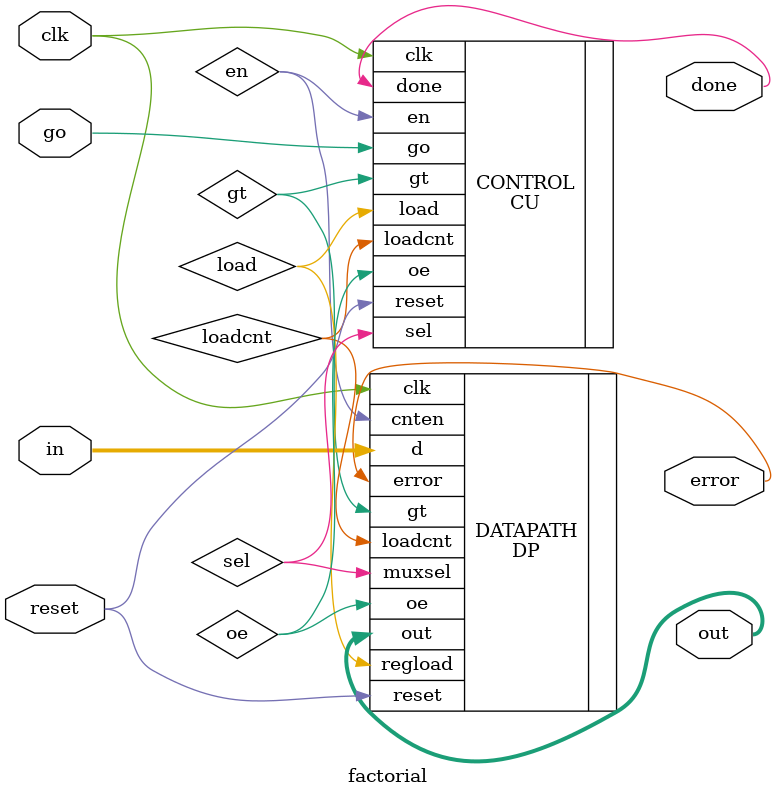
<source format=v>
`timescale 1ns / 1ps

module factorial(go, reset, in, clk, done, out,error);

input go;
input [3:0] in;
input reset;
input clk;
output done;
output [21:0] out;
output error;
wire gt;
wire load;
wire loadcnt;
wire en;
wire sel;
wire oe;


CU CONTROL(
    .go(go),
    .reset(reset),
    .gt(gt),
    .clk(clk),
    .load(load),
    .loadcnt(loadcnt),
    .en(en),
    .sel(sel),
    .oe(oe),
    .done(done)

);

DP DATAPATH(
    .reset(reset),
    .d(in),
    .loadcnt(loadcnt),
    .cnten(en),
    .clk(clk),
    .muxsel(sel),
    .regload(load),
    .oe(oe),
    .gt(gt),
    .out(out),
    .error(error)

);
endmodule

</source>
